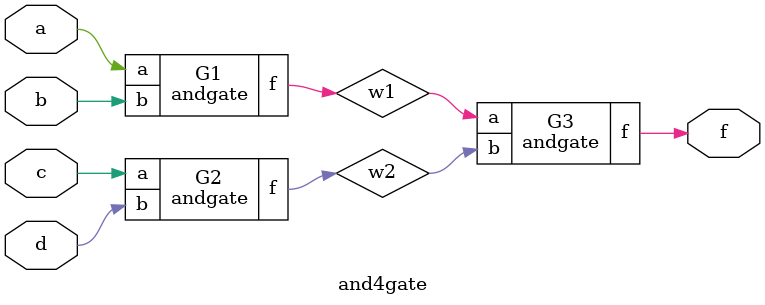
<source format=sv>
`timescale 1ns / 1ps


module andgate(
    input logic a,
    input logic b,
    output logic f
    );
    and (f, a, b);
endmodule 

module and4gate(
input logic a,
input logic b,
input logic c,
input logic d,
output logic f
);
logic w1, w2;
andgate G1( .f(w1) , .a(a) , .b(b) );
andgate G2( .f(w2) , .a(c) , .b (d) );
andgate G3( .f(f) , .a(w1) , .b (w2) );
endmodule

</source>
